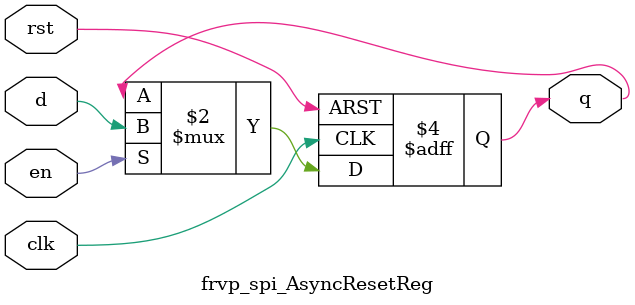
<source format=v>

/** This black-boxes an Async Reset
  * Reg.
  *  
  * Because Chisel doesn't support
  * parameterized black boxes, 
  * we unfortunately have to 
  * instantiate a number of these.
  *  
  * We also have to hard-code the set/reset.
  *  
  *  Do not confuse an asynchronous
  *  reset signal with an asynchronously
  *  reset reg. You should still 
  *  properly synchronize your reset 
  *  deassertion.
  *  
  *  @param d Data input
  *  @param q Data Output
  *  @param clk Clock Input
  *  @param rst Reset Input
  *  @param en Write Enable Input
  *  
  */

`default_nettype wire

module frvp_spi_AsyncResetReg (d, q, en, clk, rst);
parameter RESET_VALUE = 0;

input  wire d;
output reg  q;
input  wire en;
input  wire clk;
input  wire rst;

   always @(posedge clk or posedge rst) begin

      if (rst) begin
         q <= RESET_VALUE;
      end else if (en) begin
         q <= d;
      end
   end
 
endmodule // frvp_spi_AsyncResetReg


</source>
